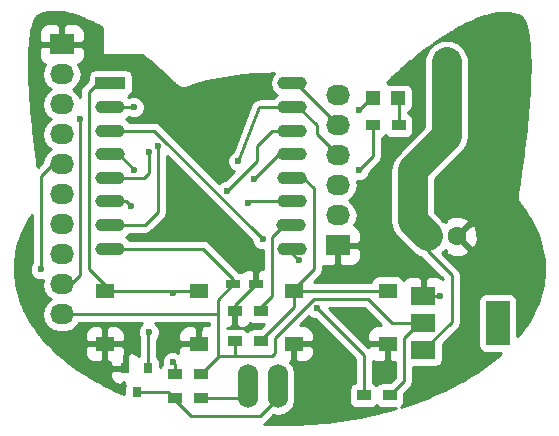
<source format=gtl>
G04 #@! TF.FileFunction,Copper,L1,Top,Signal*
%FSLAX46Y46*%
G04 Gerber Fmt 4.6, Leading zero omitted, Abs format (unit mm)*
G04 Created by KiCad (PCBNEW 4.0.7) date Tuesday, December 26, 2017 'AMt' 07:42:27 AM*
%MOMM*%
%LPD*%
G01*
G04 APERTURE LIST*
%ADD10C,0.100000*%
%ADD11R,2.400000X2.400000*%
%ADD12C,2.400000*%
%ADD13R,1.200000X0.750000*%
%ADD14R,1.600000X1.600000*%
%ADD15C,1.600000*%
%ADD16R,1.198880X1.198880*%
%ADD17R,2.500000X2.500000*%
%ADD18C,2.500000*%
%ADD19O,1.700000X3.700000*%
%ADD20R,2.032000X1.727200*%
%ADD21O,2.032000X1.727200*%
%ADD22R,0.800000X0.900000*%
%ADD23R,1.200000X0.900000*%
%ADD24R,1.550000X1.300000*%
%ADD25R,2.000000X3.800000*%
%ADD26R,2.000000X1.500000*%
%ADD27R,2.500000X1.100000*%
%ADD28O,2.500000X1.100000*%
%ADD29C,0.600000*%
%ADD30C,0.250000*%
%ADD31C,2.500000*%
%ADD32C,0.254000*%
G04 APERTURE END LIST*
D10*
D11*
X35344000Y-16988000D03*
D12*
X40344000Y-16988000D03*
D13*
X20170000Y-24100000D03*
X22070000Y-24100000D03*
D14*
X36614000Y-20036000D03*
D15*
X39114000Y-20036000D03*
D16*
X34107020Y-8352000D03*
X32008980Y-8352000D03*
D17*
X43218000Y-5304000D03*
D18*
X38218000Y-5304000D03*
D19*
X26414000Y-32752000D03*
X23914000Y-32752000D03*
X21414000Y-32752000D03*
D20*
X28994000Y-20798000D03*
D21*
X28994000Y-18258000D03*
X28994000Y-15718000D03*
X28994000Y-13178000D03*
X28994000Y-10638000D03*
X28994000Y-8098000D03*
D20*
X5626000Y-3780000D03*
D21*
X5626000Y-6320000D03*
X5626000Y-8860000D03*
X5626000Y-11400000D03*
X5626000Y-13940000D03*
X5626000Y-16480000D03*
X5626000Y-19020000D03*
X5626000Y-21560000D03*
X5626000Y-24100000D03*
X5626000Y-26640000D03*
D22*
X12926000Y-31228000D03*
X11026000Y-31228000D03*
X11976000Y-33228000D03*
D23*
X15194000Y-31720000D03*
X17394000Y-31720000D03*
X34158000Y-10638000D03*
X31958000Y-10638000D03*
X31196000Y-33498000D03*
X33396000Y-33498000D03*
X20274000Y-26386000D03*
X22474000Y-26386000D03*
X20274000Y-28926000D03*
X22474000Y-28926000D03*
X15194000Y-33752000D03*
X17394000Y-33752000D03*
D24*
X17221000Y-24644000D03*
X17221000Y-29144000D03*
X9271000Y-29144000D03*
X9271000Y-24644000D03*
X33223000Y-24644000D03*
X33223000Y-29144000D03*
X25273000Y-29144000D03*
X25273000Y-24644000D03*
D25*
X42558000Y-27402000D03*
D26*
X36258000Y-27402000D03*
X36258000Y-29702000D03*
X36258000Y-25102000D03*
D27*
X9752000Y-7082000D03*
D28*
X9752000Y-9082000D03*
X9752000Y-11082000D03*
X9752000Y-13082000D03*
X9752000Y-15082000D03*
X9752000Y-17082000D03*
X9752000Y-19082000D03*
X9752000Y-21082000D03*
X25152000Y-21082000D03*
X25052000Y-19082000D03*
X25152000Y-17082000D03*
X25152000Y-15082000D03*
X25152000Y-13082000D03*
X25152000Y-11082000D03*
X25152000Y-9082000D03*
X25152000Y-7082000D03*
D29*
X30772000Y-9368000D03*
X18326000Y-11400000D03*
X18326000Y-9114000D03*
X11722000Y-5304000D03*
X8166000Y-4288000D03*
X7150000Y-29180000D03*
X37630000Y-25116000D03*
X39662000Y-29688000D03*
X36614000Y-32228000D03*
X33312000Y-31466000D03*
X17310000Y-27910000D03*
X20358000Y-21306000D03*
X25692000Y-22068000D03*
X20599743Y-13681233D03*
X3848000Y-22830000D03*
X12992000Y-28164000D03*
X12992000Y-12924000D03*
X13754000Y-12416000D03*
X11468000Y-17496000D03*
X21882000Y-15210000D03*
X19596000Y-16226000D03*
X21374000Y-17242000D03*
X7150000Y-10130000D03*
X11722000Y-9114000D03*
X15024000Y-24862000D03*
X15024000Y-30704000D03*
X30772000Y-14448000D03*
X11722000Y-14448000D03*
X22644000Y-20290000D03*
X27216000Y-26132000D03*
D30*
X17394000Y-33752000D02*
X21414000Y-33752000D01*
X36614000Y-20036000D02*
X36614000Y-21306000D01*
X38646000Y-27314000D02*
X36258000Y-29702000D01*
X38646000Y-23338000D02*
X38646000Y-27314000D01*
X36614000Y-21306000D02*
X38646000Y-23338000D01*
D31*
X35344000Y-16988000D02*
X35344000Y-18766000D01*
X35344000Y-18766000D02*
X36614000Y-20036000D01*
X38218000Y-5304000D02*
X38218000Y-11574000D01*
X35344000Y-14448000D02*
X35344000Y-16988000D01*
X38218000Y-11574000D02*
X35344000Y-14448000D01*
D30*
X30772000Y-9368000D02*
X31788000Y-8352000D01*
X18326000Y-9114000D02*
X18326000Y-11400000D01*
X9182000Y-5304000D02*
X11722000Y-5304000D01*
X8166000Y-4288000D02*
X9182000Y-5304000D01*
X31788000Y-8352000D02*
X32008980Y-8352000D01*
X9271000Y-29144000D02*
X7186000Y-29144000D01*
X7186000Y-29144000D02*
X7150000Y-29180000D01*
X20274000Y-26386000D02*
X20274000Y-25896000D01*
X20274000Y-25896000D02*
X22070000Y-24100000D01*
X33223000Y-29144000D02*
X33223000Y-31377000D01*
X37616000Y-25102000D02*
X36258000Y-25102000D01*
X37630000Y-25116000D02*
X37616000Y-25102000D01*
X39154000Y-29688000D02*
X39662000Y-29688000D01*
X36614000Y-32228000D02*
X39154000Y-29688000D01*
X33223000Y-31377000D02*
X33312000Y-31466000D01*
X22070000Y-24100000D02*
X22070000Y-23018000D01*
X17221000Y-27999000D02*
X17221000Y-29144000D01*
X17310000Y-27910000D02*
X17221000Y-27999000D01*
X22070000Y-23018000D02*
X20358000Y-21306000D01*
X24452000Y-21082000D02*
X24706000Y-21082000D01*
X24706000Y-21082000D02*
X25692000Y-22068000D01*
X5626000Y-26640000D02*
X18876000Y-26640000D01*
X18876000Y-26640000D02*
X18834000Y-26640000D01*
X18834000Y-26640000D02*
X18876000Y-26640000D01*
X20170000Y-24100000D02*
X20170000Y-23658000D01*
X17594000Y-21082000D02*
X10452000Y-21082000D01*
X20170000Y-23658000D02*
X17594000Y-21082000D01*
X20170000Y-24100000D02*
X18876000Y-25394000D01*
X18876000Y-25394000D02*
X18876000Y-26640000D01*
X18876000Y-26640000D02*
X18876000Y-30238000D01*
X18876000Y-30238000D02*
X18876000Y-25394000D01*
X20274000Y-28926000D02*
X20274000Y-30196000D01*
X20274000Y-30196000D02*
X20358000Y-30196000D01*
X36258000Y-27402000D02*
X33566000Y-27402000D01*
X18918000Y-30196000D02*
X18876000Y-30238000D01*
X18876000Y-30238000D02*
X17394000Y-31720000D01*
X23406000Y-30196000D02*
X20358000Y-30196000D01*
X20358000Y-30196000D02*
X18918000Y-30196000D01*
X23660000Y-29942000D02*
X23406000Y-30196000D01*
X23660000Y-28672000D02*
X23660000Y-29942000D01*
X26962000Y-25370000D02*
X23660000Y-28672000D01*
X31534000Y-25370000D02*
X26962000Y-25370000D01*
X33566000Y-27402000D02*
X31534000Y-25370000D01*
X36258000Y-27402000D02*
X35852000Y-27402000D01*
X35852000Y-27402000D02*
X34582000Y-28672000D01*
X34582000Y-28672000D02*
X34582000Y-32312000D01*
X34582000Y-32312000D02*
X33396000Y-33498000D01*
X34158000Y-10638000D02*
X34158000Y-8402980D01*
X34158000Y-8402980D02*
X34107020Y-8352000D01*
X15194000Y-33752000D02*
X15194000Y-33922000D01*
X15194000Y-33922000D02*
X16548000Y-35276000D01*
X22390000Y-35276000D02*
X23914000Y-33752000D01*
X16548000Y-35276000D02*
X22390000Y-35276000D01*
X11976000Y-33228000D02*
X14670000Y-33228000D01*
X14670000Y-33228000D02*
X15194000Y-33752000D01*
X22377743Y-9109233D02*
X24420000Y-9114000D01*
X20599743Y-13681233D02*
X22377743Y-9109233D01*
X12926000Y-31228000D02*
X12926000Y-28230000D01*
X3848000Y-14956000D02*
X4864000Y-13940000D01*
X3848000Y-22830000D02*
X3848000Y-14956000D01*
X12926000Y-28230000D02*
X12992000Y-28164000D01*
X4864000Y-13940000D02*
X5626000Y-13940000D01*
X24420000Y-9114000D02*
X25660000Y-9082000D01*
X25660000Y-9082000D02*
X27216000Y-10638000D01*
X27216000Y-10638000D02*
X27216000Y-11400000D01*
X27216000Y-11400000D02*
X28994000Y-13178000D01*
X24452000Y-7082000D02*
X25438000Y-7082000D01*
X25438000Y-7082000D02*
X28994000Y-10638000D01*
X10452000Y-15082000D02*
X12612000Y-15082000D01*
X12992000Y-14702000D02*
X12992000Y-12924000D01*
X12612000Y-15082000D02*
X12992000Y-14702000D01*
X10452000Y-19082000D02*
X12676000Y-19082000D01*
X13754000Y-18004000D02*
X13754000Y-12416000D01*
X12676000Y-19082000D02*
X13754000Y-18004000D01*
X10452000Y-17082000D02*
X11054000Y-17082000D01*
X11054000Y-17082000D02*
X11468000Y-17496000D01*
X21882000Y-15210000D02*
X24010000Y-13082000D01*
X24010000Y-13082000D02*
X24452000Y-13082000D01*
X23470000Y-11082000D02*
X24452000Y-11082000D01*
X22136000Y-12416000D02*
X23470000Y-11082000D01*
X22136000Y-13686000D02*
X22136000Y-12416000D01*
X19596000Y-16226000D02*
X22136000Y-13686000D01*
X24452000Y-17082000D02*
X21534000Y-17082000D01*
X21534000Y-17082000D02*
X21374000Y-17242000D01*
X5626000Y-24100000D02*
X6388000Y-24100000D01*
X6388000Y-24100000D02*
X7150000Y-23338000D01*
X7150000Y-23338000D02*
X7150000Y-10130000D01*
X11722000Y-9114000D02*
X11690000Y-9082000D01*
X11690000Y-9082000D02*
X10452000Y-9082000D01*
X15194000Y-31720000D02*
X15194000Y-30874000D01*
X15242000Y-24644000D02*
X17221000Y-24644000D01*
X15024000Y-24862000D02*
X15242000Y-24644000D01*
X15194000Y-30874000D02*
X15024000Y-30704000D01*
X9271000Y-24644000D02*
X9271000Y-24189000D01*
X9271000Y-24189000D02*
X7912000Y-22830000D01*
X7912000Y-7844000D02*
X8674000Y-7082000D01*
X7912000Y-22830000D02*
X7912000Y-7844000D01*
X8674000Y-7082000D02*
X10452000Y-7082000D01*
X9271000Y-24644000D02*
X17221000Y-24644000D01*
X10452000Y-13082000D02*
X11626000Y-14352000D01*
X31958000Y-13262000D02*
X31958000Y-10638000D01*
X30772000Y-14448000D02*
X31958000Y-13262000D01*
X11626000Y-14352000D02*
X11722000Y-14448000D01*
X31196000Y-33498000D02*
X31196000Y-30112000D01*
X13436000Y-11082000D02*
X10452000Y-11082000D01*
X22644000Y-20290000D02*
X13436000Y-11082000D01*
X31196000Y-30112000D02*
X27216000Y-26132000D01*
X22474000Y-26386000D02*
X22474000Y-26048000D01*
X22474000Y-26048000D02*
X23406000Y-25116000D01*
X23406000Y-25116000D02*
X23406000Y-20128000D01*
X23406000Y-20128000D02*
X24452000Y-19082000D01*
X22474000Y-28926000D02*
X22474000Y-28842000D01*
X22474000Y-28842000D02*
X25273000Y-26043000D01*
X25273000Y-26043000D02*
X25273000Y-24644000D01*
X25273000Y-24644000D02*
X33223000Y-24644000D01*
X25273000Y-24644000D02*
X25273000Y-24519000D01*
X25273000Y-24519000D02*
X26962000Y-22830000D01*
X26962000Y-22830000D02*
X26962000Y-15972000D01*
X26962000Y-15972000D02*
X26072000Y-15082000D01*
X26072000Y-15082000D02*
X24452000Y-15082000D01*
D32*
G36*
X26685673Y-26924192D02*
X27029201Y-27066838D01*
X27076077Y-27066879D01*
X30436000Y-30426802D01*
X30436000Y-32430666D01*
X30360683Y-32444838D01*
X30144559Y-32583910D01*
X29999569Y-32796110D01*
X29948560Y-33048000D01*
X29948560Y-33948000D01*
X29992838Y-34183317D01*
X30131910Y-34399441D01*
X30344110Y-34544431D01*
X30596000Y-34595440D01*
X31796000Y-34595440D01*
X32031317Y-34551162D01*
X32247441Y-34412090D01*
X32295134Y-34342289D01*
X32331910Y-34399441D01*
X32544110Y-34544431D01*
X32796000Y-34595440D01*
X33898091Y-34595440D01*
X33402927Y-34735860D01*
X32898146Y-34867004D01*
X32386350Y-34993710D01*
X31870444Y-35112196D01*
X31347467Y-35221254D01*
X30814740Y-35325809D01*
X30280132Y-35422334D01*
X29738569Y-35509282D01*
X29191738Y-35591307D01*
X28641470Y-35663189D01*
X28086141Y-35727647D01*
X27522885Y-35782235D01*
X26954767Y-35829578D01*
X26386152Y-35869306D01*
X25809696Y-35899123D01*
X25228614Y-35921568D01*
X24647844Y-35936460D01*
X24208817Y-35938940D01*
X23913823Y-35938940D01*
X23474736Y-35936459D01*
X22891461Y-35921567D01*
X22772401Y-35916968D01*
X22927401Y-35813401D01*
X23531251Y-35209551D01*
X23914000Y-35285684D01*
X24482285Y-35172645D01*
X24964054Y-34850738D01*
X25285961Y-34368969D01*
X25399000Y-33800684D01*
X25399000Y-31703316D01*
X25285961Y-31135031D01*
X24971237Y-30664013D01*
X25146000Y-30489250D01*
X25146000Y-29271000D01*
X25400000Y-29271000D01*
X25400000Y-30489250D01*
X25631750Y-30721000D01*
X26232392Y-30721000D01*
X26573104Y-30579873D01*
X26833873Y-30319103D01*
X26975000Y-29978392D01*
X26975000Y-29502750D01*
X26743250Y-29271000D01*
X25400000Y-29271000D01*
X25146000Y-29271000D01*
X25126000Y-29271000D01*
X25126000Y-29017000D01*
X25146000Y-29017000D01*
X25146000Y-28997000D01*
X25400000Y-28997000D01*
X25400000Y-29017000D01*
X26743250Y-29017000D01*
X26975000Y-28785250D01*
X26975000Y-28309608D01*
X26833873Y-27968897D01*
X26573104Y-27708127D01*
X26232392Y-27567000D01*
X25839802Y-27567000D01*
X26584230Y-26822572D01*
X26685673Y-26924192D01*
X26685673Y-26924192D01*
G37*
X26685673Y-26924192D02*
X27029201Y-27066838D01*
X27076077Y-27066879D01*
X30436000Y-30426802D01*
X30436000Y-32430666D01*
X30360683Y-32444838D01*
X30144559Y-32583910D01*
X29999569Y-32796110D01*
X29948560Y-33048000D01*
X29948560Y-33948000D01*
X29992838Y-34183317D01*
X30131910Y-34399441D01*
X30344110Y-34544431D01*
X30596000Y-34595440D01*
X31796000Y-34595440D01*
X32031317Y-34551162D01*
X32247441Y-34412090D01*
X32295134Y-34342289D01*
X32331910Y-34399441D01*
X32544110Y-34544431D01*
X32796000Y-34595440D01*
X33898091Y-34595440D01*
X33402927Y-34735860D01*
X32898146Y-34867004D01*
X32386350Y-34993710D01*
X31870444Y-35112196D01*
X31347467Y-35221254D01*
X30814740Y-35325809D01*
X30280132Y-35422334D01*
X29738569Y-35509282D01*
X29191738Y-35591307D01*
X28641470Y-35663189D01*
X28086141Y-35727647D01*
X27522885Y-35782235D01*
X26954767Y-35829578D01*
X26386152Y-35869306D01*
X25809696Y-35899123D01*
X25228614Y-35921568D01*
X24647844Y-35936460D01*
X24208817Y-35938940D01*
X23913823Y-35938940D01*
X23474736Y-35936459D01*
X22891461Y-35921567D01*
X22772401Y-35916968D01*
X22927401Y-35813401D01*
X23531251Y-35209551D01*
X23914000Y-35285684D01*
X24482285Y-35172645D01*
X24964054Y-34850738D01*
X25285961Y-34368969D01*
X25399000Y-33800684D01*
X25399000Y-31703316D01*
X25285961Y-31135031D01*
X24971237Y-30664013D01*
X25146000Y-30489250D01*
X25146000Y-29271000D01*
X25400000Y-29271000D01*
X25400000Y-30489250D01*
X25631750Y-30721000D01*
X26232392Y-30721000D01*
X26573104Y-30579873D01*
X26833873Y-30319103D01*
X26975000Y-29978392D01*
X26975000Y-29502750D01*
X26743250Y-29271000D01*
X25400000Y-29271000D01*
X25146000Y-29271000D01*
X25126000Y-29271000D01*
X25126000Y-29017000D01*
X25146000Y-29017000D01*
X25146000Y-28997000D01*
X25400000Y-28997000D01*
X25400000Y-29017000D01*
X26743250Y-29017000D01*
X26975000Y-28785250D01*
X26975000Y-28309608D01*
X26833873Y-27968897D01*
X26573104Y-27708127D01*
X26232392Y-27567000D01*
X25839802Y-27567000D01*
X26584230Y-26822572D01*
X26685673Y-26924192D01*
G36*
X43233159Y-1125440D02*
X43414105Y-1135721D01*
X43587519Y-1155653D01*
X43762042Y-1186093D01*
X43927121Y-1223432D01*
X44085646Y-1271181D01*
X44243195Y-1329533D01*
X44397555Y-1397920D01*
X44520191Y-1461352D01*
X44531588Y-1467351D01*
X44552148Y-1481486D01*
X44581265Y-1506962D01*
X44616267Y-1545649D01*
X44659685Y-1605193D01*
X44710523Y-1688383D01*
X44764842Y-1793517D01*
X44817321Y-1911143D01*
X44867757Y-2048872D01*
X44917915Y-2205614D01*
X44965006Y-2378994D01*
X45008658Y-2566700D01*
X45047071Y-2767803D01*
X45084493Y-2989995D01*
X45117710Y-3222513D01*
X45148237Y-3462033D01*
X45171920Y-3713075D01*
X45193680Y-3976617D01*
X45210691Y-4251213D01*
X45225330Y-4531793D01*
X45235108Y-4820244D01*
X45242463Y-5116885D01*
X45244920Y-5419150D01*
X45244920Y-5730011D01*
X45242455Y-6045520D01*
X45235055Y-6361243D01*
X45225081Y-6687892D01*
X45212501Y-7017495D01*
X45212539Y-7017733D01*
X45212483Y-7017968D01*
X45200010Y-7349739D01*
X45182706Y-7681002D01*
X45162746Y-8015334D01*
X45140096Y-8352561D01*
X45140123Y-8352766D01*
X45140068Y-8352969D01*
X45117412Y-8692814D01*
X45092452Y-9029770D01*
X45065041Y-9366175D01*
X45034850Y-9703309D01*
X45004704Y-10037430D01*
X44972006Y-10371958D01*
X44939414Y-10700390D01*
X44904226Y-11027131D01*
X44904482Y-11029996D01*
X44903640Y-11032749D01*
X44871330Y-11353362D01*
X44834058Y-11668933D01*
X44834258Y-11671462D01*
X44833489Y-11673879D01*
X44798417Y-11987019D01*
X44760870Y-12292403D01*
X44761092Y-12295400D01*
X44760171Y-12298261D01*
X44725148Y-12600955D01*
X44687793Y-12894816D01*
X44649874Y-13185531D01*
X44650024Y-13187775D01*
X44649315Y-13189909D01*
X44614453Y-13468807D01*
X44577129Y-13737537D01*
X44577293Y-13740346D01*
X44576387Y-13743011D01*
X44541170Y-14009650D01*
X44506202Y-14261922D01*
X44471336Y-14505984D01*
X44436238Y-14739136D01*
X44436356Y-14741640D01*
X44435519Y-14744006D01*
X44402499Y-14972606D01*
X44402534Y-14973261D01*
X44402317Y-14973877D01*
X44372253Y-15184325D01*
X44342661Y-15381605D01*
X44312874Y-15570260D01*
X44284934Y-15745520D01*
X44285022Y-15747807D01*
X44284239Y-15749957D01*
X44258839Y-15915057D01*
X44258862Y-15915593D01*
X44258680Y-15916096D01*
X44235820Y-16065956D01*
X44235850Y-16066612D01*
X44235626Y-16067232D01*
X44216457Y-16194226D01*
X44197515Y-16305511D01*
X44179735Y-16409651D01*
X44179999Y-16419342D01*
X44176744Y-16428475D01*
X44167130Y-16493853D01*
X44161131Y-16523846D01*
X44161107Y-16547079D01*
X44153397Y-16568996D01*
X44150857Y-16586777D01*
X44151488Y-16598360D01*
X44147942Y-16609408D01*
X44160230Y-16758751D01*
X44160872Y-16770531D01*
X44160793Y-16845940D01*
X44165619Y-16857626D01*
X44168386Y-16908393D01*
X44173404Y-16918856D01*
X44174355Y-16930418D01*
X44242860Y-17063693D01*
X44307660Y-17198820D01*
X44316298Y-17206565D01*
X44321602Y-17216884D01*
X44387412Y-17299755D01*
X44578595Y-17545904D01*
X44815136Y-17874697D01*
X45037416Y-18208115D01*
X45245081Y-18545572D01*
X45437690Y-18886160D01*
X45612343Y-19226151D01*
X45770828Y-19571089D01*
X45915482Y-19921058D01*
X46041906Y-20268149D01*
X46150486Y-20621614D01*
X46245762Y-20979480D01*
X46323678Y-21336975D01*
X46383316Y-21697098D01*
X46426869Y-22059276D01*
X46452364Y-22430107D01*
X46461580Y-22706601D01*
X46461580Y-22874186D01*
X46454698Y-23117333D01*
X46433887Y-23445694D01*
X46399288Y-23768616D01*
X46353164Y-24089176D01*
X46293736Y-24404602D01*
X46220552Y-24717922D01*
X46132802Y-25031975D01*
X46032535Y-25346765D01*
X45921753Y-25656034D01*
X45796974Y-25961050D01*
X45658822Y-26267794D01*
X45509260Y-26571591D01*
X45348206Y-26870357D01*
X45172140Y-27170843D01*
X44987137Y-27463569D01*
X44785867Y-27757186D01*
X44574226Y-28049680D01*
X44351297Y-28336641D01*
X44205440Y-28513753D01*
X44205440Y-25502000D01*
X44161162Y-25266683D01*
X44022090Y-25050559D01*
X43809890Y-24905569D01*
X43558000Y-24854560D01*
X41558000Y-24854560D01*
X41322683Y-24898838D01*
X41106559Y-25037910D01*
X40961569Y-25250110D01*
X40910560Y-25502000D01*
X40910560Y-29302000D01*
X40954838Y-29537317D01*
X41093910Y-29753441D01*
X41306110Y-29898431D01*
X41558000Y-29949440D01*
X42815770Y-29949440D01*
X42770629Y-29990851D01*
X42469874Y-30250704D01*
X42153817Y-30510842D01*
X41831359Y-30765415D01*
X41497372Y-31014696D01*
X41152450Y-31260028D01*
X40799285Y-31498718D01*
X40433315Y-31735379D01*
X40058535Y-31965637D01*
X39674369Y-32193200D01*
X39282348Y-32412342D01*
X38880902Y-32625304D01*
X38467337Y-32834549D01*
X38045195Y-33039448D01*
X37617803Y-33238407D01*
X37181826Y-33429453D01*
X36735536Y-33614380D01*
X36281498Y-33794514D01*
X35819662Y-33967393D01*
X35350021Y-34135476D01*
X34873782Y-34295867D01*
X34392947Y-34448748D01*
X34388360Y-34450108D01*
X34447441Y-34412090D01*
X34592431Y-34199890D01*
X34643440Y-33948000D01*
X34643440Y-33325362D01*
X35119401Y-32849401D01*
X35284148Y-32602840D01*
X35342000Y-32312000D01*
X35342000Y-31099440D01*
X37258000Y-31099440D01*
X37493317Y-31055162D01*
X37709441Y-30916090D01*
X37854431Y-30703890D01*
X37905440Y-30452000D01*
X37905440Y-29129362D01*
X39183401Y-27851401D01*
X39348148Y-27604839D01*
X39406000Y-27314000D01*
X39406000Y-23338000D01*
X39348148Y-23047161D01*
X39183401Y-22800599D01*
X37829883Y-21447081D01*
X37946896Y-21368896D01*
X37952233Y-21360909D01*
X37960466Y-21369142D01*
X38126313Y-21203295D01*
X38184449Y-21531483D01*
X38827503Y-21773370D01*
X39514174Y-21750758D01*
X40043551Y-21531483D01*
X40101687Y-21203293D01*
X39114000Y-20215605D01*
X39099858Y-20229748D01*
X38920252Y-20050142D01*
X38934395Y-20036000D01*
X39293605Y-20036000D01*
X40281293Y-21023687D01*
X40609483Y-20965551D01*
X40851370Y-20322497D01*
X40828758Y-19635826D01*
X40609483Y-19106449D01*
X40281293Y-19048313D01*
X39293605Y-20036000D01*
X38934395Y-20036000D01*
X38920252Y-20021858D01*
X39099858Y-19842252D01*
X39114000Y-19856395D01*
X40101687Y-18868707D01*
X40043551Y-18540517D01*
X39400497Y-18298630D01*
X38713826Y-18321242D01*
X38184449Y-18540517D01*
X38126313Y-18868705D01*
X37960466Y-18702858D01*
X37952233Y-18711091D01*
X37946896Y-18703104D01*
X37229000Y-17985208D01*
X37229000Y-15228792D01*
X39550896Y-12906896D01*
X39959513Y-12295358D01*
X40103000Y-11574000D01*
X40103000Y-5304000D01*
X40103326Y-4930695D01*
X39816957Y-4237628D01*
X39287161Y-3706907D01*
X38594595Y-3419328D01*
X37844695Y-3418674D01*
X37151628Y-3705043D01*
X36620907Y-4234839D01*
X36333328Y-4927405D01*
X36332674Y-5677305D01*
X36333000Y-5678094D01*
X36333000Y-10793208D01*
X34011104Y-13115104D01*
X33602487Y-13726641D01*
X33466328Y-14411161D01*
X33459000Y-14448000D01*
X33459000Y-18766000D01*
X33602487Y-19487359D01*
X34011104Y-20098896D01*
X35281104Y-21368896D01*
X35892641Y-21777513D01*
X36054023Y-21809614D01*
X36076599Y-21843401D01*
X37886000Y-23652802D01*
X37886000Y-23669023D01*
X37783104Y-23566127D01*
X37442392Y-23425000D01*
X36616750Y-23425000D01*
X36385000Y-23656750D01*
X36385000Y-24975000D01*
X36405000Y-24975000D01*
X36405000Y-25229000D01*
X36385000Y-25229000D01*
X36385000Y-25249000D01*
X36131000Y-25249000D01*
X36131000Y-25229000D01*
X36111000Y-25229000D01*
X36111000Y-24975000D01*
X36131000Y-24975000D01*
X36131000Y-23656750D01*
X35899250Y-23425000D01*
X35073608Y-23425000D01*
X34732896Y-23566127D01*
X34577348Y-23721675D01*
X34462090Y-23542559D01*
X34249890Y-23397569D01*
X33998000Y-23346560D01*
X32448000Y-23346560D01*
X32212683Y-23390838D01*
X31996559Y-23529910D01*
X31851569Y-23742110D01*
X31822836Y-23884000D01*
X26982802Y-23884000D01*
X27499401Y-23367401D01*
X27664148Y-23120839D01*
X27722000Y-22830000D01*
X27722000Y-22558939D01*
X27793608Y-22588600D01*
X28635250Y-22588600D01*
X28867000Y-22356850D01*
X28867000Y-20925000D01*
X29121000Y-20925000D01*
X29121000Y-22356850D01*
X29352750Y-22588600D01*
X30194392Y-22588600D01*
X30535104Y-22447473D01*
X30795873Y-22186703D01*
X30937000Y-21845992D01*
X30937000Y-21156750D01*
X30705250Y-20925000D01*
X29121000Y-20925000D01*
X28867000Y-20925000D01*
X28847000Y-20925000D01*
X28847000Y-20671000D01*
X28867000Y-20671000D01*
X28867000Y-20651000D01*
X29121000Y-20651000D01*
X29121000Y-20671000D01*
X30705250Y-20671000D01*
X30937000Y-20439250D01*
X30937000Y-19750008D01*
X30795873Y-19409297D01*
X30535104Y-19148527D01*
X30391248Y-19088940D01*
X30563271Y-18831489D01*
X30677345Y-18258000D01*
X30563271Y-17684511D01*
X30238415Y-17198330D01*
X29923634Y-16988000D01*
X30238415Y-16777670D01*
X30563271Y-16291489D01*
X30677345Y-15718000D01*
X30610682Y-15382860D01*
X30957167Y-15383162D01*
X31300943Y-15241117D01*
X31564192Y-14978327D01*
X31706838Y-14634799D01*
X31706879Y-14587923D01*
X32495401Y-13799401D01*
X32660148Y-13552840D01*
X32718000Y-13262000D01*
X32718000Y-11705334D01*
X32793317Y-11691162D01*
X33009441Y-11552090D01*
X33057134Y-11482289D01*
X33093910Y-11539441D01*
X33306110Y-11684431D01*
X33558000Y-11735440D01*
X34758000Y-11735440D01*
X34993317Y-11691162D01*
X35209441Y-11552090D01*
X35354431Y-11339890D01*
X35405440Y-11088000D01*
X35405440Y-10188000D01*
X35361162Y-9952683D01*
X35222090Y-9736559D01*
X35009890Y-9591569D01*
X34918000Y-9572961D01*
X34918000Y-9559076D01*
X34941777Y-9554602D01*
X35157901Y-9415530D01*
X35302891Y-9203330D01*
X35353900Y-8951440D01*
X35353900Y-7752560D01*
X35309622Y-7517243D01*
X35170550Y-7301119D01*
X34958350Y-7156129D01*
X34706460Y-7105120D01*
X33507580Y-7105120D01*
X33309271Y-7142434D01*
X33172369Y-7005532D01*
X33222597Y-6956827D01*
X33312864Y-6871439D01*
X33313219Y-6870938D01*
X33313739Y-6870610D01*
X33412799Y-6776630D01*
X33413408Y-6775769D01*
X33414297Y-6775205D01*
X33517047Y-6677234D01*
X33627310Y-6576560D01*
X33630762Y-6571870D01*
X33635702Y-6568790D01*
X33754490Y-6457275D01*
X33880771Y-6343137D01*
X33881494Y-6342164D01*
X33882531Y-6341541D01*
X34022231Y-6214541D01*
X34022668Y-6213950D01*
X34023296Y-6213571D01*
X34160678Y-6088241D01*
X34308082Y-5960167D01*
X34310993Y-5956409D01*
X34315092Y-5954006D01*
X34473086Y-5813568D01*
X34631810Y-5674379D01*
X34798288Y-5532383D01*
X34974311Y-5384021D01*
X34974981Y-5383182D01*
X34975917Y-5382663D01*
X35154985Y-5230954D01*
X35339589Y-5078347D01*
X35526978Y-4925477D01*
X35724069Y-4768304D01*
X35724490Y-4767806D01*
X35725066Y-4767507D01*
X35924381Y-4608055D01*
X36124968Y-4451499D01*
X36334509Y-4291849D01*
X36335003Y-4291290D01*
X36335670Y-4290962D01*
X36545448Y-4130544D01*
X36756621Y-3975197D01*
X36979107Y-3815207D01*
X37199159Y-3656968D01*
X37422409Y-3502409D01*
X37650166Y-3346444D01*
X37877916Y-3194610D01*
X38109869Y-3044088D01*
X38337372Y-2898874D01*
X38572499Y-2756818D01*
X38808133Y-2614456D01*
X39039260Y-2482039D01*
X39276843Y-2349777D01*
X39512601Y-2222276D01*
X39746659Y-2102859D01*
X39983400Y-1986903D01*
X40219844Y-1875919D01*
X40452694Y-1771374D01*
X40681803Y-1675524D01*
X40914937Y-1585125D01*
X41140337Y-1501471D01*
X41368699Y-1426904D01*
X41591334Y-1357331D01*
X41807664Y-1299345D01*
X42027100Y-1248528D01*
X42240409Y-1203621D01*
X42442575Y-1171360D01*
X42649073Y-1146936D01*
X42850451Y-1129613D01*
X43041605Y-1123311D01*
X43233159Y-1125440D01*
X43233159Y-1125440D01*
G37*
X43233159Y-1125440D02*
X43414105Y-1135721D01*
X43587519Y-1155653D01*
X43762042Y-1186093D01*
X43927121Y-1223432D01*
X44085646Y-1271181D01*
X44243195Y-1329533D01*
X44397555Y-1397920D01*
X44520191Y-1461352D01*
X44531588Y-1467351D01*
X44552148Y-1481486D01*
X44581265Y-1506962D01*
X44616267Y-1545649D01*
X44659685Y-1605193D01*
X44710523Y-1688383D01*
X44764842Y-1793517D01*
X44817321Y-1911143D01*
X44867757Y-2048872D01*
X44917915Y-2205614D01*
X44965006Y-2378994D01*
X45008658Y-2566700D01*
X45047071Y-2767803D01*
X45084493Y-2989995D01*
X45117710Y-3222513D01*
X45148237Y-3462033D01*
X45171920Y-3713075D01*
X45193680Y-3976617D01*
X45210691Y-4251213D01*
X45225330Y-4531793D01*
X45235108Y-4820244D01*
X45242463Y-5116885D01*
X45244920Y-5419150D01*
X45244920Y-5730011D01*
X45242455Y-6045520D01*
X45235055Y-6361243D01*
X45225081Y-6687892D01*
X45212501Y-7017495D01*
X45212539Y-7017733D01*
X45212483Y-7017968D01*
X45200010Y-7349739D01*
X45182706Y-7681002D01*
X45162746Y-8015334D01*
X45140096Y-8352561D01*
X45140123Y-8352766D01*
X45140068Y-8352969D01*
X45117412Y-8692814D01*
X45092452Y-9029770D01*
X45065041Y-9366175D01*
X45034850Y-9703309D01*
X45004704Y-10037430D01*
X44972006Y-10371958D01*
X44939414Y-10700390D01*
X44904226Y-11027131D01*
X44904482Y-11029996D01*
X44903640Y-11032749D01*
X44871330Y-11353362D01*
X44834058Y-11668933D01*
X44834258Y-11671462D01*
X44833489Y-11673879D01*
X44798417Y-11987019D01*
X44760870Y-12292403D01*
X44761092Y-12295400D01*
X44760171Y-12298261D01*
X44725148Y-12600955D01*
X44687793Y-12894816D01*
X44649874Y-13185531D01*
X44650024Y-13187775D01*
X44649315Y-13189909D01*
X44614453Y-13468807D01*
X44577129Y-13737537D01*
X44577293Y-13740346D01*
X44576387Y-13743011D01*
X44541170Y-14009650D01*
X44506202Y-14261922D01*
X44471336Y-14505984D01*
X44436238Y-14739136D01*
X44436356Y-14741640D01*
X44435519Y-14744006D01*
X44402499Y-14972606D01*
X44402534Y-14973261D01*
X44402317Y-14973877D01*
X44372253Y-15184325D01*
X44342661Y-15381605D01*
X44312874Y-15570260D01*
X44284934Y-15745520D01*
X44285022Y-15747807D01*
X44284239Y-15749957D01*
X44258839Y-15915057D01*
X44258862Y-15915593D01*
X44258680Y-15916096D01*
X44235820Y-16065956D01*
X44235850Y-16066612D01*
X44235626Y-16067232D01*
X44216457Y-16194226D01*
X44197515Y-16305511D01*
X44179735Y-16409651D01*
X44179999Y-16419342D01*
X44176744Y-16428475D01*
X44167130Y-16493853D01*
X44161131Y-16523846D01*
X44161107Y-16547079D01*
X44153397Y-16568996D01*
X44150857Y-16586777D01*
X44151488Y-16598360D01*
X44147942Y-16609408D01*
X44160230Y-16758751D01*
X44160872Y-16770531D01*
X44160793Y-16845940D01*
X44165619Y-16857626D01*
X44168386Y-16908393D01*
X44173404Y-16918856D01*
X44174355Y-16930418D01*
X44242860Y-17063693D01*
X44307660Y-17198820D01*
X44316298Y-17206565D01*
X44321602Y-17216884D01*
X44387412Y-17299755D01*
X44578595Y-17545904D01*
X44815136Y-17874697D01*
X45037416Y-18208115D01*
X45245081Y-18545572D01*
X45437690Y-18886160D01*
X45612343Y-19226151D01*
X45770828Y-19571089D01*
X45915482Y-19921058D01*
X46041906Y-20268149D01*
X46150486Y-20621614D01*
X46245762Y-20979480D01*
X46323678Y-21336975D01*
X46383316Y-21697098D01*
X46426869Y-22059276D01*
X46452364Y-22430107D01*
X46461580Y-22706601D01*
X46461580Y-22874186D01*
X46454698Y-23117333D01*
X46433887Y-23445694D01*
X46399288Y-23768616D01*
X46353164Y-24089176D01*
X46293736Y-24404602D01*
X46220552Y-24717922D01*
X46132802Y-25031975D01*
X46032535Y-25346765D01*
X45921753Y-25656034D01*
X45796974Y-25961050D01*
X45658822Y-26267794D01*
X45509260Y-26571591D01*
X45348206Y-26870357D01*
X45172140Y-27170843D01*
X44987137Y-27463569D01*
X44785867Y-27757186D01*
X44574226Y-28049680D01*
X44351297Y-28336641D01*
X44205440Y-28513753D01*
X44205440Y-25502000D01*
X44161162Y-25266683D01*
X44022090Y-25050559D01*
X43809890Y-24905569D01*
X43558000Y-24854560D01*
X41558000Y-24854560D01*
X41322683Y-24898838D01*
X41106559Y-25037910D01*
X40961569Y-25250110D01*
X40910560Y-25502000D01*
X40910560Y-29302000D01*
X40954838Y-29537317D01*
X41093910Y-29753441D01*
X41306110Y-29898431D01*
X41558000Y-29949440D01*
X42815770Y-29949440D01*
X42770629Y-29990851D01*
X42469874Y-30250704D01*
X42153817Y-30510842D01*
X41831359Y-30765415D01*
X41497372Y-31014696D01*
X41152450Y-31260028D01*
X40799285Y-31498718D01*
X40433315Y-31735379D01*
X40058535Y-31965637D01*
X39674369Y-32193200D01*
X39282348Y-32412342D01*
X38880902Y-32625304D01*
X38467337Y-32834549D01*
X38045195Y-33039448D01*
X37617803Y-33238407D01*
X37181826Y-33429453D01*
X36735536Y-33614380D01*
X36281498Y-33794514D01*
X35819662Y-33967393D01*
X35350021Y-34135476D01*
X34873782Y-34295867D01*
X34392947Y-34448748D01*
X34388360Y-34450108D01*
X34447441Y-34412090D01*
X34592431Y-34199890D01*
X34643440Y-33948000D01*
X34643440Y-33325362D01*
X35119401Y-32849401D01*
X35284148Y-32602840D01*
X35342000Y-32312000D01*
X35342000Y-31099440D01*
X37258000Y-31099440D01*
X37493317Y-31055162D01*
X37709441Y-30916090D01*
X37854431Y-30703890D01*
X37905440Y-30452000D01*
X37905440Y-29129362D01*
X39183401Y-27851401D01*
X39348148Y-27604839D01*
X39406000Y-27314000D01*
X39406000Y-23338000D01*
X39348148Y-23047161D01*
X39183401Y-22800599D01*
X37829883Y-21447081D01*
X37946896Y-21368896D01*
X37952233Y-21360909D01*
X37960466Y-21369142D01*
X38126313Y-21203295D01*
X38184449Y-21531483D01*
X38827503Y-21773370D01*
X39514174Y-21750758D01*
X40043551Y-21531483D01*
X40101687Y-21203293D01*
X39114000Y-20215605D01*
X39099858Y-20229748D01*
X38920252Y-20050142D01*
X38934395Y-20036000D01*
X39293605Y-20036000D01*
X40281293Y-21023687D01*
X40609483Y-20965551D01*
X40851370Y-20322497D01*
X40828758Y-19635826D01*
X40609483Y-19106449D01*
X40281293Y-19048313D01*
X39293605Y-20036000D01*
X38934395Y-20036000D01*
X38920252Y-20021858D01*
X39099858Y-19842252D01*
X39114000Y-19856395D01*
X40101687Y-18868707D01*
X40043551Y-18540517D01*
X39400497Y-18298630D01*
X38713826Y-18321242D01*
X38184449Y-18540517D01*
X38126313Y-18868705D01*
X37960466Y-18702858D01*
X37952233Y-18711091D01*
X37946896Y-18703104D01*
X37229000Y-17985208D01*
X37229000Y-15228792D01*
X39550896Y-12906896D01*
X39959513Y-12295358D01*
X40103000Y-11574000D01*
X40103000Y-5304000D01*
X40103326Y-4930695D01*
X39816957Y-4237628D01*
X39287161Y-3706907D01*
X38594595Y-3419328D01*
X37844695Y-3418674D01*
X37151628Y-3705043D01*
X36620907Y-4234839D01*
X36333328Y-4927405D01*
X36332674Y-5677305D01*
X36333000Y-5678094D01*
X36333000Y-10793208D01*
X34011104Y-13115104D01*
X33602487Y-13726641D01*
X33466328Y-14411161D01*
X33459000Y-14448000D01*
X33459000Y-18766000D01*
X33602487Y-19487359D01*
X34011104Y-20098896D01*
X35281104Y-21368896D01*
X35892641Y-21777513D01*
X36054023Y-21809614D01*
X36076599Y-21843401D01*
X37886000Y-23652802D01*
X37886000Y-23669023D01*
X37783104Y-23566127D01*
X37442392Y-23425000D01*
X36616750Y-23425000D01*
X36385000Y-23656750D01*
X36385000Y-24975000D01*
X36405000Y-24975000D01*
X36405000Y-25229000D01*
X36385000Y-25229000D01*
X36385000Y-25249000D01*
X36131000Y-25249000D01*
X36131000Y-25229000D01*
X36111000Y-25229000D01*
X36111000Y-24975000D01*
X36131000Y-24975000D01*
X36131000Y-23656750D01*
X35899250Y-23425000D01*
X35073608Y-23425000D01*
X34732896Y-23566127D01*
X34577348Y-23721675D01*
X34462090Y-23542559D01*
X34249890Y-23397569D01*
X33998000Y-23346560D01*
X32448000Y-23346560D01*
X32212683Y-23390838D01*
X31996559Y-23529910D01*
X31851569Y-23742110D01*
X31822836Y-23884000D01*
X26982802Y-23884000D01*
X27499401Y-23367401D01*
X27664148Y-23120839D01*
X27722000Y-22830000D01*
X27722000Y-22558939D01*
X27793608Y-22588600D01*
X28635250Y-22588600D01*
X28867000Y-22356850D01*
X28867000Y-20925000D01*
X29121000Y-20925000D01*
X29121000Y-22356850D01*
X29352750Y-22588600D01*
X30194392Y-22588600D01*
X30535104Y-22447473D01*
X30795873Y-22186703D01*
X30937000Y-21845992D01*
X30937000Y-21156750D01*
X30705250Y-20925000D01*
X29121000Y-20925000D01*
X28867000Y-20925000D01*
X28847000Y-20925000D01*
X28847000Y-20671000D01*
X28867000Y-20671000D01*
X28867000Y-20651000D01*
X29121000Y-20651000D01*
X29121000Y-20671000D01*
X30705250Y-20671000D01*
X30937000Y-20439250D01*
X30937000Y-19750008D01*
X30795873Y-19409297D01*
X30535104Y-19148527D01*
X30391248Y-19088940D01*
X30563271Y-18831489D01*
X30677345Y-18258000D01*
X30563271Y-17684511D01*
X30238415Y-17198330D01*
X29923634Y-16988000D01*
X30238415Y-16777670D01*
X30563271Y-16291489D01*
X30677345Y-15718000D01*
X30610682Y-15382860D01*
X30957167Y-15383162D01*
X31300943Y-15241117D01*
X31564192Y-14978327D01*
X31706838Y-14634799D01*
X31706879Y-14587923D01*
X32495401Y-13799401D01*
X32660148Y-13552840D01*
X32718000Y-13262000D01*
X32718000Y-11705334D01*
X32793317Y-11691162D01*
X33009441Y-11552090D01*
X33057134Y-11482289D01*
X33093910Y-11539441D01*
X33306110Y-11684431D01*
X33558000Y-11735440D01*
X34758000Y-11735440D01*
X34993317Y-11691162D01*
X35209441Y-11552090D01*
X35354431Y-11339890D01*
X35405440Y-11088000D01*
X35405440Y-10188000D01*
X35361162Y-9952683D01*
X35222090Y-9736559D01*
X35009890Y-9591569D01*
X34918000Y-9572961D01*
X34918000Y-9559076D01*
X34941777Y-9554602D01*
X35157901Y-9415530D01*
X35302891Y-9203330D01*
X35353900Y-8951440D01*
X35353900Y-7752560D01*
X35309622Y-7517243D01*
X35170550Y-7301119D01*
X34958350Y-7156129D01*
X34706460Y-7105120D01*
X33507580Y-7105120D01*
X33309271Y-7142434D01*
X33172369Y-7005532D01*
X33222597Y-6956827D01*
X33312864Y-6871439D01*
X33313219Y-6870938D01*
X33313739Y-6870610D01*
X33412799Y-6776630D01*
X33413408Y-6775769D01*
X33414297Y-6775205D01*
X33517047Y-6677234D01*
X33627310Y-6576560D01*
X33630762Y-6571870D01*
X33635702Y-6568790D01*
X33754490Y-6457275D01*
X33880771Y-6343137D01*
X33881494Y-6342164D01*
X33882531Y-6341541D01*
X34022231Y-6214541D01*
X34022668Y-6213950D01*
X34023296Y-6213571D01*
X34160678Y-6088241D01*
X34308082Y-5960167D01*
X34310993Y-5956409D01*
X34315092Y-5954006D01*
X34473086Y-5813568D01*
X34631810Y-5674379D01*
X34798288Y-5532383D01*
X34974311Y-5384021D01*
X34974981Y-5383182D01*
X34975917Y-5382663D01*
X35154985Y-5230954D01*
X35339589Y-5078347D01*
X35526978Y-4925477D01*
X35724069Y-4768304D01*
X35724490Y-4767806D01*
X35725066Y-4767507D01*
X35924381Y-4608055D01*
X36124968Y-4451499D01*
X36334509Y-4291849D01*
X36335003Y-4291290D01*
X36335670Y-4290962D01*
X36545448Y-4130544D01*
X36756621Y-3975197D01*
X36979107Y-3815207D01*
X37199159Y-3656968D01*
X37422409Y-3502409D01*
X37650166Y-3346444D01*
X37877916Y-3194610D01*
X38109869Y-3044088D01*
X38337372Y-2898874D01*
X38572499Y-2756818D01*
X38808133Y-2614456D01*
X39039260Y-2482039D01*
X39276843Y-2349777D01*
X39512601Y-2222276D01*
X39746659Y-2102859D01*
X39983400Y-1986903D01*
X40219844Y-1875919D01*
X40452694Y-1771374D01*
X40681803Y-1675524D01*
X40914937Y-1585125D01*
X41140337Y-1501471D01*
X41368699Y-1426904D01*
X41591334Y-1357331D01*
X41807664Y-1299345D01*
X42027100Y-1248528D01*
X42240409Y-1203621D01*
X42442575Y-1171360D01*
X42649073Y-1146936D01*
X42850451Y-1129613D01*
X43041605Y-1123311D01*
X43233159Y-1125440D01*
G36*
X3088000Y-22267537D02*
X3055808Y-22299673D01*
X2913162Y-22643201D01*
X2912838Y-23015167D01*
X3054883Y-23358943D01*
X3317673Y-23622192D01*
X3661201Y-23764838D01*
X4009263Y-23765141D01*
X3942655Y-24100000D01*
X4056729Y-24673489D01*
X4381585Y-25159670D01*
X4696366Y-25370000D01*
X4381585Y-25580330D01*
X4056729Y-26066511D01*
X3942655Y-26640000D01*
X4056729Y-27213489D01*
X4381585Y-27699670D01*
X4867766Y-28024526D01*
X5441255Y-28138600D01*
X5810745Y-28138600D01*
X6384234Y-28024526D01*
X6870415Y-27699670D01*
X7070648Y-27400000D01*
X12433889Y-27400000D01*
X12199808Y-27633673D01*
X12057162Y-27977201D01*
X12056838Y-28349167D01*
X12166000Y-28613360D01*
X12166000Y-30207023D01*
X11951103Y-29992127D01*
X11610392Y-29851000D01*
X11384750Y-29851000D01*
X11153000Y-30082750D01*
X11153000Y-31101000D01*
X11173000Y-31101000D01*
X11173000Y-31355000D01*
X11153000Y-31355000D01*
X11153000Y-31375000D01*
X10899000Y-31375000D01*
X10899000Y-31355000D01*
X9930750Y-31355000D01*
X9699000Y-31586750D01*
X9699000Y-31862392D01*
X9840127Y-32203104D01*
X10100897Y-32463873D01*
X10441608Y-32605000D01*
X10667250Y-32605000D01*
X10898998Y-32373252D01*
X10898998Y-32605000D01*
X10963593Y-32605000D01*
X10928560Y-32778000D01*
X10928560Y-33425152D01*
X10504784Y-33238403D01*
X10074130Y-33039071D01*
X9653643Y-32834976D01*
X9241702Y-32625305D01*
X8837806Y-32412341D01*
X8449204Y-32193753D01*
X8064105Y-31965637D01*
X7689324Y-31735379D01*
X7322262Y-31498012D01*
X6967712Y-31260026D01*
X6626369Y-31015518D01*
X6290075Y-30764516D01*
X5966392Y-30510883D01*
X5652726Y-30250712D01*
X5348293Y-29989770D01*
X5059022Y-29724405D01*
X4829521Y-29502750D01*
X7569000Y-29502750D01*
X7569000Y-29978392D01*
X7710127Y-30319103D01*
X7970896Y-30579873D01*
X8311608Y-30721000D01*
X8912250Y-30721000D01*
X9144000Y-30489250D01*
X9144000Y-29271000D01*
X9398000Y-29271000D01*
X9398000Y-30489250D01*
X9629750Y-30721000D01*
X9699000Y-30721000D01*
X9699000Y-30869250D01*
X9930750Y-31101000D01*
X10899000Y-31101000D01*
X10899000Y-30157044D01*
X10973000Y-29978392D01*
X10973000Y-29502750D01*
X10741250Y-29271000D01*
X9398000Y-29271000D01*
X9144000Y-29271000D01*
X7800750Y-29271000D01*
X7569000Y-29502750D01*
X4829521Y-29502750D01*
X4777271Y-29452287D01*
X4508127Y-29178339D01*
X4250394Y-28901515D01*
X4003890Y-28619111D01*
X3767518Y-28334986D01*
X3747803Y-28309608D01*
X7569000Y-28309608D01*
X7569000Y-28785250D01*
X7800750Y-29017000D01*
X9144000Y-29017000D01*
X9144000Y-27798750D01*
X9398000Y-27798750D01*
X9398000Y-29017000D01*
X10741250Y-29017000D01*
X10973000Y-28785250D01*
X10973000Y-28309608D01*
X10831873Y-27968897D01*
X10571104Y-27708127D01*
X10230392Y-27567000D01*
X9629750Y-27567000D01*
X9398000Y-27798750D01*
X9144000Y-27798750D01*
X8912250Y-27567000D01*
X8311608Y-27567000D01*
X7970896Y-27708127D01*
X7710127Y-27968897D01*
X7569000Y-28309608D01*
X3747803Y-28309608D01*
X3545878Y-28049685D01*
X3335561Y-27759022D01*
X3135409Y-27463559D01*
X2948056Y-27170820D01*
X2775578Y-26872480D01*
X2612171Y-26569347D01*
X2460222Y-26265449D01*
X2324234Y-25963510D01*
X2200774Y-25656025D01*
X2086741Y-25344179D01*
X1988159Y-25034677D01*
X1902727Y-24720658D01*
X1828903Y-24404597D01*
X1768937Y-24086316D01*
X1720502Y-23765724D01*
X1686521Y-23448572D01*
X1668024Y-23120237D01*
X1661060Y-22874186D01*
X1661060Y-22703151D01*
X1667907Y-22429253D01*
X1695465Y-22061825D01*
X1739324Y-21697098D01*
X1798962Y-21336975D01*
X1877551Y-20976392D01*
X1969735Y-20619179D01*
X2079884Y-20270375D01*
X2207499Y-19917693D01*
X2351812Y-19568549D01*
X2510302Y-19223603D01*
X2684950Y-18883620D01*
X2877565Y-18543020D01*
X3085212Y-18205594D01*
X3088000Y-18201412D01*
X3088000Y-22267537D01*
X3088000Y-22267537D01*
G37*
X3088000Y-22267537D02*
X3055808Y-22299673D01*
X2913162Y-22643201D01*
X2912838Y-23015167D01*
X3054883Y-23358943D01*
X3317673Y-23622192D01*
X3661201Y-23764838D01*
X4009263Y-23765141D01*
X3942655Y-24100000D01*
X4056729Y-24673489D01*
X4381585Y-25159670D01*
X4696366Y-25370000D01*
X4381585Y-25580330D01*
X4056729Y-26066511D01*
X3942655Y-26640000D01*
X4056729Y-27213489D01*
X4381585Y-27699670D01*
X4867766Y-28024526D01*
X5441255Y-28138600D01*
X5810745Y-28138600D01*
X6384234Y-28024526D01*
X6870415Y-27699670D01*
X7070648Y-27400000D01*
X12433889Y-27400000D01*
X12199808Y-27633673D01*
X12057162Y-27977201D01*
X12056838Y-28349167D01*
X12166000Y-28613360D01*
X12166000Y-30207023D01*
X11951103Y-29992127D01*
X11610392Y-29851000D01*
X11384750Y-29851000D01*
X11153000Y-30082750D01*
X11153000Y-31101000D01*
X11173000Y-31101000D01*
X11173000Y-31355000D01*
X11153000Y-31355000D01*
X11153000Y-31375000D01*
X10899000Y-31375000D01*
X10899000Y-31355000D01*
X9930750Y-31355000D01*
X9699000Y-31586750D01*
X9699000Y-31862392D01*
X9840127Y-32203104D01*
X10100897Y-32463873D01*
X10441608Y-32605000D01*
X10667250Y-32605000D01*
X10898998Y-32373252D01*
X10898998Y-32605000D01*
X10963593Y-32605000D01*
X10928560Y-32778000D01*
X10928560Y-33425152D01*
X10504784Y-33238403D01*
X10074130Y-33039071D01*
X9653643Y-32834976D01*
X9241702Y-32625305D01*
X8837806Y-32412341D01*
X8449204Y-32193753D01*
X8064105Y-31965637D01*
X7689324Y-31735379D01*
X7322262Y-31498012D01*
X6967712Y-31260026D01*
X6626369Y-31015518D01*
X6290075Y-30764516D01*
X5966392Y-30510883D01*
X5652726Y-30250712D01*
X5348293Y-29989770D01*
X5059022Y-29724405D01*
X4829521Y-29502750D01*
X7569000Y-29502750D01*
X7569000Y-29978392D01*
X7710127Y-30319103D01*
X7970896Y-30579873D01*
X8311608Y-30721000D01*
X8912250Y-30721000D01*
X9144000Y-30489250D01*
X9144000Y-29271000D01*
X9398000Y-29271000D01*
X9398000Y-30489250D01*
X9629750Y-30721000D01*
X9699000Y-30721000D01*
X9699000Y-30869250D01*
X9930750Y-31101000D01*
X10899000Y-31101000D01*
X10899000Y-30157044D01*
X10973000Y-29978392D01*
X10973000Y-29502750D01*
X10741250Y-29271000D01*
X9398000Y-29271000D01*
X9144000Y-29271000D01*
X7800750Y-29271000D01*
X7569000Y-29502750D01*
X4829521Y-29502750D01*
X4777271Y-29452287D01*
X4508127Y-29178339D01*
X4250394Y-28901515D01*
X4003890Y-28619111D01*
X3767518Y-28334986D01*
X3747803Y-28309608D01*
X7569000Y-28309608D01*
X7569000Y-28785250D01*
X7800750Y-29017000D01*
X9144000Y-29017000D01*
X9144000Y-27798750D01*
X9398000Y-27798750D01*
X9398000Y-29017000D01*
X10741250Y-29017000D01*
X10973000Y-28785250D01*
X10973000Y-28309608D01*
X10831873Y-27968897D01*
X10571104Y-27708127D01*
X10230392Y-27567000D01*
X9629750Y-27567000D01*
X9398000Y-27798750D01*
X9144000Y-27798750D01*
X8912250Y-27567000D01*
X8311608Y-27567000D01*
X7970896Y-27708127D01*
X7710127Y-27968897D01*
X7569000Y-28309608D01*
X3747803Y-28309608D01*
X3545878Y-28049685D01*
X3335561Y-27759022D01*
X3135409Y-27463559D01*
X2948056Y-27170820D01*
X2775578Y-26872480D01*
X2612171Y-26569347D01*
X2460222Y-26265449D01*
X2324234Y-25963510D01*
X2200774Y-25656025D01*
X2086741Y-25344179D01*
X1988159Y-25034677D01*
X1902727Y-24720658D01*
X1828903Y-24404597D01*
X1768937Y-24086316D01*
X1720502Y-23765724D01*
X1686521Y-23448572D01*
X1668024Y-23120237D01*
X1661060Y-22874186D01*
X1661060Y-22703151D01*
X1667907Y-22429253D01*
X1695465Y-22061825D01*
X1739324Y-21697098D01*
X1798962Y-21336975D01*
X1877551Y-20976392D01*
X1969735Y-20619179D01*
X2079884Y-20270375D01*
X2207499Y-19917693D01*
X2351812Y-19568549D01*
X2510302Y-19223603D01*
X2684950Y-18883620D01*
X2877565Y-18543020D01*
X3085212Y-18205594D01*
X3088000Y-18201412D01*
X3088000Y-22267537D01*
G36*
X32656198Y-27567000D02*
X32263608Y-27567000D01*
X31922896Y-27708127D01*
X31662127Y-27968897D01*
X31521000Y-28309608D01*
X31521000Y-28785250D01*
X31752750Y-29017000D01*
X33096000Y-29017000D01*
X33096000Y-28997000D01*
X33350000Y-28997000D01*
X33350000Y-29017000D01*
X33370000Y-29017000D01*
X33370000Y-29271000D01*
X33350000Y-29271000D01*
X33350000Y-30489250D01*
X33581750Y-30721000D01*
X33822000Y-30721000D01*
X33822000Y-31997198D01*
X33418638Y-32400560D01*
X32796000Y-32400560D01*
X32560683Y-32444838D01*
X32344559Y-32583910D01*
X32296866Y-32653711D01*
X32260090Y-32596559D01*
X32047890Y-32451569D01*
X31956000Y-32432961D01*
X31956000Y-30593585D01*
X32263608Y-30721000D01*
X32864250Y-30721000D01*
X33096000Y-30489250D01*
X33096000Y-29271000D01*
X31752750Y-29271000D01*
X31591276Y-29432474D01*
X28288802Y-26130000D01*
X31219198Y-26130000D01*
X32656198Y-27567000D01*
X32656198Y-27567000D01*
G37*
X32656198Y-27567000D02*
X32263608Y-27567000D01*
X31922896Y-27708127D01*
X31662127Y-27968897D01*
X31521000Y-28309608D01*
X31521000Y-28785250D01*
X31752750Y-29017000D01*
X33096000Y-29017000D01*
X33096000Y-28997000D01*
X33350000Y-28997000D01*
X33350000Y-29017000D01*
X33370000Y-29017000D01*
X33370000Y-29271000D01*
X33350000Y-29271000D01*
X33350000Y-30489250D01*
X33581750Y-30721000D01*
X33822000Y-30721000D01*
X33822000Y-31997198D01*
X33418638Y-32400560D01*
X32796000Y-32400560D01*
X32560683Y-32444838D01*
X32344559Y-32583910D01*
X32296866Y-32653711D01*
X32260090Y-32596559D01*
X32047890Y-32451569D01*
X31956000Y-32432961D01*
X31956000Y-30593585D01*
X32263608Y-30721000D01*
X32864250Y-30721000D01*
X33096000Y-30489250D01*
X33096000Y-29271000D01*
X31752750Y-29271000D01*
X31591276Y-29432474D01*
X28288802Y-26130000D01*
X31219198Y-26130000D01*
X32656198Y-27567000D01*
G36*
X18116000Y-27567000D02*
X17579750Y-27567000D01*
X17348000Y-27798750D01*
X17348000Y-29017000D01*
X17368000Y-29017000D01*
X17368000Y-29271000D01*
X17348000Y-29271000D01*
X17348000Y-29291000D01*
X17094000Y-29291000D01*
X17094000Y-29271000D01*
X15750750Y-29271000D01*
X15519000Y-29502750D01*
X15519000Y-29897139D01*
X15210799Y-29769162D01*
X14838833Y-29768838D01*
X14495057Y-29910883D01*
X14231808Y-30173673D01*
X14089162Y-30517201D01*
X14088842Y-30884527D01*
X13997569Y-31018110D01*
X13973440Y-31137263D01*
X13973440Y-30778000D01*
X13929162Y-30542683D01*
X13790090Y-30326559D01*
X13686000Y-30255437D01*
X13686000Y-28792348D01*
X13784192Y-28694327D01*
X13926838Y-28350799D01*
X13926873Y-28309608D01*
X15519000Y-28309608D01*
X15519000Y-28785250D01*
X15750750Y-29017000D01*
X17094000Y-29017000D01*
X17094000Y-27798750D01*
X16862250Y-27567000D01*
X16261608Y-27567000D01*
X15920896Y-27708127D01*
X15660127Y-27968897D01*
X15519000Y-28309608D01*
X13926873Y-28309608D01*
X13927162Y-27978833D01*
X13785117Y-27635057D01*
X13550470Y-27400000D01*
X18116000Y-27400000D01*
X18116000Y-27567000D01*
X18116000Y-27567000D01*
G37*
X18116000Y-27567000D02*
X17579750Y-27567000D01*
X17348000Y-27798750D01*
X17348000Y-29017000D01*
X17368000Y-29017000D01*
X17368000Y-29271000D01*
X17348000Y-29271000D01*
X17348000Y-29291000D01*
X17094000Y-29291000D01*
X17094000Y-29271000D01*
X15750750Y-29271000D01*
X15519000Y-29502750D01*
X15519000Y-29897139D01*
X15210799Y-29769162D01*
X14838833Y-29768838D01*
X14495057Y-29910883D01*
X14231808Y-30173673D01*
X14089162Y-30517201D01*
X14088842Y-30884527D01*
X13997569Y-31018110D01*
X13973440Y-31137263D01*
X13973440Y-30778000D01*
X13929162Y-30542683D01*
X13790090Y-30326559D01*
X13686000Y-30255437D01*
X13686000Y-28792348D01*
X13784192Y-28694327D01*
X13926838Y-28350799D01*
X13926873Y-28309608D01*
X15519000Y-28309608D01*
X15519000Y-28785250D01*
X15750750Y-29017000D01*
X17094000Y-29017000D01*
X17094000Y-27798750D01*
X16862250Y-27567000D01*
X16261608Y-27567000D01*
X15920896Y-27708127D01*
X15660127Y-27968897D01*
X15519000Y-28309608D01*
X13926873Y-28309608D01*
X13927162Y-27978833D01*
X13785117Y-27635057D01*
X13550470Y-27400000D01*
X18116000Y-27400000D01*
X18116000Y-27567000D01*
G36*
X20401000Y-26259000D02*
X20421000Y-26259000D01*
X20421000Y-26513000D01*
X20401000Y-26513000D01*
X20401000Y-27531250D01*
X20632750Y-27763000D01*
X21058392Y-27763000D01*
X21399104Y-27621873D01*
X21602170Y-27418806D01*
X21622110Y-27432431D01*
X21874000Y-27483440D01*
X22757758Y-27483440D01*
X22412638Y-27828560D01*
X21874000Y-27828560D01*
X21638683Y-27872838D01*
X21422559Y-28011910D01*
X21374866Y-28081711D01*
X21338090Y-28024559D01*
X21125890Y-27879569D01*
X20874000Y-27828560D01*
X19674000Y-27828560D01*
X19636000Y-27835710D01*
X19636000Y-27763000D01*
X19915250Y-27763000D01*
X20147000Y-27531250D01*
X20147000Y-26513000D01*
X20127000Y-26513000D01*
X20127000Y-26259000D01*
X20147000Y-26259000D01*
X20147000Y-26239000D01*
X20401000Y-26239000D01*
X20401000Y-26259000D01*
X20401000Y-26259000D01*
G37*
X20401000Y-26259000D02*
X20421000Y-26259000D01*
X20421000Y-26513000D01*
X20401000Y-26513000D01*
X20401000Y-27531250D01*
X20632750Y-27763000D01*
X21058392Y-27763000D01*
X21399104Y-27621873D01*
X21602170Y-27418806D01*
X21622110Y-27432431D01*
X21874000Y-27483440D01*
X22757758Y-27483440D01*
X22412638Y-27828560D01*
X21874000Y-27828560D01*
X21638683Y-27872838D01*
X21422559Y-28011910D01*
X21374866Y-28081711D01*
X21338090Y-28024559D01*
X21125890Y-27879569D01*
X20874000Y-27828560D01*
X19674000Y-27828560D01*
X19636000Y-27835710D01*
X19636000Y-27763000D01*
X19915250Y-27763000D01*
X20147000Y-27531250D01*
X20147000Y-26513000D01*
X20127000Y-26513000D01*
X20127000Y-26259000D01*
X20147000Y-26259000D01*
X20147000Y-26239000D01*
X20401000Y-26239000D01*
X20401000Y-26259000D01*
G36*
X21708878Y-20429680D02*
X21708838Y-20475167D01*
X21850883Y-20818943D01*
X22113673Y-21082192D01*
X22457201Y-21224838D01*
X22646000Y-21225002D01*
X22646000Y-22798000D01*
X22428750Y-22798000D01*
X22197000Y-23029750D01*
X22197000Y-23973000D01*
X22217000Y-23973000D01*
X22217000Y-24227000D01*
X22197000Y-24227000D01*
X22197000Y-24247000D01*
X21943000Y-24247000D01*
X21943000Y-24227000D01*
X21923000Y-24227000D01*
X21923000Y-23973000D01*
X21943000Y-23973000D01*
X21943000Y-23029750D01*
X21711250Y-22798000D01*
X21285608Y-22798000D01*
X20944896Y-22939127D01*
X20800323Y-23083701D01*
X20770000Y-23077560D01*
X20664362Y-23077560D01*
X18131401Y-20544599D01*
X17884839Y-20379852D01*
X17594000Y-20322000D01*
X11378917Y-20322000D01*
X11326851Y-20244078D01*
X11084283Y-20082000D01*
X11326851Y-19919922D01*
X11378917Y-19842000D01*
X12676000Y-19842000D01*
X12966839Y-19784148D01*
X13213401Y-19619401D01*
X14291401Y-18541401D01*
X14456148Y-18294840D01*
X14514000Y-18004000D01*
X14514000Y-13234802D01*
X21708878Y-20429680D01*
X21708878Y-20429680D01*
G37*
X21708878Y-20429680D02*
X21708838Y-20475167D01*
X21850883Y-20818943D01*
X22113673Y-21082192D01*
X22457201Y-21224838D01*
X22646000Y-21225002D01*
X22646000Y-22798000D01*
X22428750Y-22798000D01*
X22197000Y-23029750D01*
X22197000Y-23973000D01*
X22217000Y-23973000D01*
X22217000Y-24227000D01*
X22197000Y-24227000D01*
X22197000Y-24247000D01*
X21943000Y-24247000D01*
X21943000Y-24227000D01*
X21923000Y-24227000D01*
X21923000Y-23973000D01*
X21943000Y-23973000D01*
X21943000Y-23029750D01*
X21711250Y-22798000D01*
X21285608Y-22798000D01*
X20944896Y-22939127D01*
X20800323Y-23083701D01*
X20770000Y-23077560D01*
X20664362Y-23077560D01*
X18131401Y-20544599D01*
X17884839Y-20379852D01*
X17594000Y-20322000D01*
X11378917Y-20322000D01*
X11326851Y-20244078D01*
X11084283Y-20082000D01*
X11326851Y-19919922D01*
X11378917Y-19842000D01*
X12676000Y-19842000D01*
X12966839Y-19784148D01*
X13213401Y-19619401D01*
X14291401Y-18541401D01*
X14456148Y-18294840D01*
X14514000Y-18004000D01*
X14514000Y-13234802D01*
X21708878Y-20429680D01*
G36*
X5167993Y-1018494D02*
X5379890Y-1031468D01*
X5594739Y-1055340D01*
X5811590Y-1088196D01*
X6038328Y-1133095D01*
X6266728Y-1185107D01*
X6500011Y-1248523D01*
X6739129Y-1321196D01*
X6981616Y-1400471D01*
X7219468Y-1487378D01*
X7464522Y-1586342D01*
X7713238Y-1691569D01*
X7962340Y-1804144D01*
X8208977Y-1920348D01*
X8458948Y-2047737D01*
X8710606Y-2178406D01*
X8959937Y-2316385D01*
X9055000Y-2369916D01*
X9055000Y-4542000D01*
X9065006Y-4591410D01*
X9093447Y-4633035D01*
X9135841Y-4660315D01*
X9182000Y-4669000D01*
X12392920Y-4669000D01*
X12478520Y-4737276D01*
X12681493Y-4903119D01*
X12881547Y-5068163D01*
X13074490Y-5228949D01*
X13261332Y-5388387D01*
X13262186Y-5388865D01*
X13262796Y-5389634D01*
X13446847Y-5545951D01*
X13618967Y-5693482D01*
X13783215Y-5838118D01*
X13942324Y-5979825D01*
X14093321Y-6115970D01*
X14238542Y-6248672D01*
X14239466Y-6249231D01*
X14240109Y-6250101D01*
X14374493Y-6372267D01*
X14498872Y-6489329D01*
X14503559Y-6492259D01*
X14506829Y-6496721D01*
X14626041Y-6605999D01*
X14731023Y-6703982D01*
X14826178Y-6796758D01*
X14831504Y-6800220D01*
X14835177Y-6805400D01*
X14925443Y-6890787D01*
X15005592Y-6968507D01*
X15006354Y-6968999D01*
X15006872Y-6969746D01*
X15075314Y-7035828D01*
X15133701Y-7094214D01*
X15133703Y-7094217D01*
X15184503Y-7145017D01*
X15225141Y-7185654D01*
X15225143Y-7185657D01*
X15255621Y-7216134D01*
X15255623Y-7216137D01*
X15273401Y-7233914D01*
X15273403Y-7233917D01*
X15278483Y-7238997D01*
X15381930Y-7308119D01*
X15478714Y-7386300D01*
X15514914Y-7396976D01*
X15546294Y-7417943D01*
X15668316Y-7442214D01*
X15787655Y-7477408D01*
X15825186Y-7473418D01*
X15862200Y-7480780D01*
X15984223Y-7456508D01*
X16107943Y-7443354D01*
X16335649Y-7372349D01*
X17028842Y-7172532D01*
X17972868Y-6930979D01*
X18937191Y-6726799D01*
X19924252Y-6554494D01*
X20931629Y-6421490D01*
X21957543Y-6322845D01*
X23005266Y-6263539D01*
X23573580Y-6249420D01*
X23320274Y-6628520D01*
X23230071Y-7082000D01*
X23320274Y-7535480D01*
X23577149Y-7919922D01*
X23819717Y-8082000D01*
X23577149Y-8244078D01*
X23505130Y-8351862D01*
X22379517Y-8349235D01*
X22370360Y-8351034D01*
X22361171Y-8349414D01*
X22225209Y-8379555D01*
X22088544Y-8406408D01*
X22080773Y-8411574D01*
X22071662Y-8413594D01*
X21957582Y-8493472D01*
X21841598Y-8570579D01*
X21836395Y-8578327D01*
X21828751Y-8583679D01*
X21753918Y-8701142D01*
X21676276Y-8816756D01*
X21674434Y-8825903D01*
X21669420Y-8833774D01*
X20096929Y-12877320D01*
X20070800Y-12888116D01*
X19807551Y-13150906D01*
X19664905Y-13494434D01*
X19664581Y-13866400D01*
X19806626Y-14210176D01*
X20069416Y-14473425D01*
X20213814Y-14533384D01*
X19456320Y-15290878D01*
X19410833Y-15290838D01*
X19067057Y-15432883D01*
X18964281Y-15535479D01*
X13973401Y-10544599D01*
X13726839Y-10379852D01*
X13436000Y-10322000D01*
X11378917Y-10322000D01*
X11326851Y-10244078D01*
X11084283Y-10082000D01*
X11287714Y-9946072D01*
X11535201Y-10048838D01*
X11907167Y-10049162D01*
X12250943Y-9907117D01*
X12514192Y-9644327D01*
X12656838Y-9300799D01*
X12657162Y-8928833D01*
X12515117Y-8585057D01*
X12252327Y-8321808D01*
X11908799Y-8179162D01*
X11536833Y-8178838D01*
X11338121Y-8260944D01*
X11326851Y-8244078D01*
X11276129Y-8210187D01*
X11453441Y-8096090D01*
X11598431Y-7883890D01*
X11649440Y-7632000D01*
X11649440Y-6532000D01*
X11605162Y-6296683D01*
X11466090Y-6080559D01*
X11253890Y-5935569D01*
X11002000Y-5884560D01*
X8502000Y-5884560D01*
X8266683Y-5928838D01*
X8050559Y-6067910D01*
X7905569Y-6280110D01*
X7854560Y-6532000D01*
X7854560Y-6826638D01*
X7374599Y-7306599D01*
X7209852Y-7553161D01*
X7152000Y-7844000D01*
X7152000Y-8221751D01*
X6870415Y-7800330D01*
X6555634Y-7590000D01*
X6870415Y-7379670D01*
X7195271Y-6893489D01*
X7309345Y-6320000D01*
X7195271Y-5746511D01*
X7023248Y-5489060D01*
X7167104Y-5429473D01*
X7427873Y-5168703D01*
X7569000Y-4827992D01*
X7569000Y-4138750D01*
X7337250Y-3907000D01*
X5753000Y-3907000D01*
X5753000Y-3927000D01*
X5499000Y-3927000D01*
X5499000Y-3907000D01*
X3914750Y-3907000D01*
X3683000Y-4138750D01*
X3683000Y-4827992D01*
X3824127Y-5168703D01*
X4084896Y-5429473D01*
X4228752Y-5489060D01*
X4056729Y-5746511D01*
X3942655Y-6320000D01*
X4056729Y-6893489D01*
X4381585Y-7379670D01*
X4696366Y-7590000D01*
X4381585Y-7800330D01*
X4056729Y-8286511D01*
X3942655Y-8860000D01*
X4056729Y-9433489D01*
X4381585Y-9919670D01*
X4696366Y-10130000D01*
X4381585Y-10340330D01*
X4056729Y-10826511D01*
X3942655Y-11400000D01*
X4056729Y-11973489D01*
X4381585Y-12459670D01*
X4696366Y-12670000D01*
X4381585Y-12880330D01*
X4056729Y-13366511D01*
X3980759Y-13748439D01*
X3596517Y-14132681D01*
X3581679Y-14021399D01*
X3581274Y-14020212D01*
X3581350Y-14018964D01*
X3543470Y-13741180D01*
X3505542Y-13455453D01*
X3504851Y-13453425D01*
X3504978Y-13451286D01*
X3465049Y-13161798D01*
X3427605Y-12862249D01*
X3427079Y-12860667D01*
X3427193Y-12859000D01*
X3387071Y-12548053D01*
X3349452Y-12232055D01*
X3348812Y-12230091D01*
X3348963Y-12228031D01*
X3308796Y-11904183D01*
X3271258Y-11576350D01*
X3233657Y-11240453D01*
X3198437Y-10900829D01*
X3197726Y-10898529D01*
X3197936Y-10896134D01*
X3160545Y-10554626D01*
X3128133Y-10208070D01*
X3127363Y-10205485D01*
X3127623Y-10202800D01*
X3092645Y-9853024D01*
X3062697Y-9503621D01*
X3032485Y-9148628D01*
X3004794Y-8791164D01*
X2977084Y-8433458D01*
X2952272Y-8081120D01*
X2932274Y-7728658D01*
X2912280Y-7376266D01*
X2897283Y-7026334D01*
X2897252Y-7026208D01*
X2897272Y-7026080D01*
X2882279Y-6678747D01*
X2872371Y-6339374D01*
X2864884Y-5999960D01*
X2859940Y-5668684D01*
X2859940Y-5342790D01*
X2862406Y-5022271D01*
X2869786Y-4709827D01*
X2879607Y-4405367D01*
X2894117Y-4110350D01*
X2913375Y-3828701D01*
X2937659Y-3549440D01*
X2963762Y-3288412D01*
X2996820Y-3038111D01*
X3031897Y-2799592D01*
X3044310Y-2732008D01*
X3683000Y-2732008D01*
X3683000Y-3421250D01*
X3914750Y-3653000D01*
X5499000Y-3653000D01*
X5499000Y-2221150D01*
X5753000Y-2221150D01*
X5753000Y-3653000D01*
X7337250Y-3653000D01*
X7569000Y-3421250D01*
X7569000Y-2732008D01*
X7427873Y-2391297D01*
X7167104Y-2130527D01*
X6826392Y-1989400D01*
X5984750Y-1989400D01*
X5753000Y-2221150D01*
X5499000Y-2221150D01*
X5267250Y-1989400D01*
X4425608Y-1989400D01*
X4084896Y-2130527D01*
X3824127Y-2391297D01*
X3683000Y-2732008D01*
X3044310Y-2732008D01*
X3072540Y-2578311D01*
X3117786Y-2370182D01*
X3166596Y-2174940D01*
X3216374Y-2004865D01*
X3270720Y-1851892D01*
X3327243Y-1713509D01*
X3381687Y-1601108D01*
X3431632Y-1514439D01*
X3476164Y-1453057D01*
X3520744Y-1402905D01*
X3555272Y-1371665D01*
X3567157Y-1363382D01*
X3593664Y-1348803D01*
X3718885Y-1284173D01*
X3879028Y-1213634D01*
X4042459Y-1156623D01*
X4222983Y-1105914D01*
X4399552Y-1066236D01*
X4578031Y-1039076D01*
X4769457Y-1022609D01*
X4966750Y-1014302D01*
X5167993Y-1018494D01*
X5167993Y-1018494D01*
G37*
X5167993Y-1018494D02*
X5379890Y-1031468D01*
X5594739Y-1055340D01*
X5811590Y-1088196D01*
X6038328Y-1133095D01*
X6266728Y-1185107D01*
X6500011Y-1248523D01*
X6739129Y-1321196D01*
X6981616Y-1400471D01*
X7219468Y-1487378D01*
X7464522Y-1586342D01*
X7713238Y-1691569D01*
X7962340Y-1804144D01*
X8208977Y-1920348D01*
X8458948Y-2047737D01*
X8710606Y-2178406D01*
X8959937Y-2316385D01*
X9055000Y-2369916D01*
X9055000Y-4542000D01*
X9065006Y-4591410D01*
X9093447Y-4633035D01*
X9135841Y-4660315D01*
X9182000Y-4669000D01*
X12392920Y-4669000D01*
X12478520Y-4737276D01*
X12681493Y-4903119D01*
X12881547Y-5068163D01*
X13074490Y-5228949D01*
X13261332Y-5388387D01*
X13262186Y-5388865D01*
X13262796Y-5389634D01*
X13446847Y-5545951D01*
X13618967Y-5693482D01*
X13783215Y-5838118D01*
X13942324Y-5979825D01*
X14093321Y-6115970D01*
X14238542Y-6248672D01*
X14239466Y-6249231D01*
X14240109Y-6250101D01*
X14374493Y-6372267D01*
X14498872Y-6489329D01*
X14503559Y-6492259D01*
X14506829Y-6496721D01*
X14626041Y-6605999D01*
X14731023Y-6703982D01*
X14826178Y-6796758D01*
X14831504Y-6800220D01*
X14835177Y-6805400D01*
X14925443Y-6890787D01*
X15005592Y-6968507D01*
X15006354Y-6968999D01*
X15006872Y-6969746D01*
X15075314Y-7035828D01*
X15133701Y-7094214D01*
X15133703Y-7094217D01*
X15184503Y-7145017D01*
X15225141Y-7185654D01*
X15225143Y-7185657D01*
X15255621Y-7216134D01*
X15255623Y-7216137D01*
X15273401Y-7233914D01*
X15273403Y-7233917D01*
X15278483Y-7238997D01*
X15381930Y-7308119D01*
X15478714Y-7386300D01*
X15514914Y-7396976D01*
X15546294Y-7417943D01*
X15668316Y-7442214D01*
X15787655Y-7477408D01*
X15825186Y-7473418D01*
X15862200Y-7480780D01*
X15984223Y-7456508D01*
X16107943Y-7443354D01*
X16335649Y-7372349D01*
X17028842Y-7172532D01*
X17972868Y-6930979D01*
X18937191Y-6726799D01*
X19924252Y-6554494D01*
X20931629Y-6421490D01*
X21957543Y-6322845D01*
X23005266Y-6263539D01*
X23573580Y-6249420D01*
X23320274Y-6628520D01*
X23230071Y-7082000D01*
X23320274Y-7535480D01*
X23577149Y-7919922D01*
X23819717Y-8082000D01*
X23577149Y-8244078D01*
X23505130Y-8351862D01*
X22379517Y-8349235D01*
X22370360Y-8351034D01*
X22361171Y-8349414D01*
X22225209Y-8379555D01*
X22088544Y-8406408D01*
X22080773Y-8411574D01*
X22071662Y-8413594D01*
X21957582Y-8493472D01*
X21841598Y-8570579D01*
X21836395Y-8578327D01*
X21828751Y-8583679D01*
X21753918Y-8701142D01*
X21676276Y-8816756D01*
X21674434Y-8825903D01*
X21669420Y-8833774D01*
X20096929Y-12877320D01*
X20070800Y-12888116D01*
X19807551Y-13150906D01*
X19664905Y-13494434D01*
X19664581Y-13866400D01*
X19806626Y-14210176D01*
X20069416Y-14473425D01*
X20213814Y-14533384D01*
X19456320Y-15290878D01*
X19410833Y-15290838D01*
X19067057Y-15432883D01*
X18964281Y-15535479D01*
X13973401Y-10544599D01*
X13726839Y-10379852D01*
X13436000Y-10322000D01*
X11378917Y-10322000D01*
X11326851Y-10244078D01*
X11084283Y-10082000D01*
X11287714Y-9946072D01*
X11535201Y-10048838D01*
X11907167Y-10049162D01*
X12250943Y-9907117D01*
X12514192Y-9644327D01*
X12656838Y-9300799D01*
X12657162Y-8928833D01*
X12515117Y-8585057D01*
X12252327Y-8321808D01*
X11908799Y-8179162D01*
X11536833Y-8178838D01*
X11338121Y-8260944D01*
X11326851Y-8244078D01*
X11276129Y-8210187D01*
X11453441Y-8096090D01*
X11598431Y-7883890D01*
X11649440Y-7632000D01*
X11649440Y-6532000D01*
X11605162Y-6296683D01*
X11466090Y-6080559D01*
X11253890Y-5935569D01*
X11002000Y-5884560D01*
X8502000Y-5884560D01*
X8266683Y-5928838D01*
X8050559Y-6067910D01*
X7905569Y-6280110D01*
X7854560Y-6532000D01*
X7854560Y-6826638D01*
X7374599Y-7306599D01*
X7209852Y-7553161D01*
X7152000Y-7844000D01*
X7152000Y-8221751D01*
X6870415Y-7800330D01*
X6555634Y-7590000D01*
X6870415Y-7379670D01*
X7195271Y-6893489D01*
X7309345Y-6320000D01*
X7195271Y-5746511D01*
X7023248Y-5489060D01*
X7167104Y-5429473D01*
X7427873Y-5168703D01*
X7569000Y-4827992D01*
X7569000Y-4138750D01*
X7337250Y-3907000D01*
X5753000Y-3907000D01*
X5753000Y-3927000D01*
X5499000Y-3927000D01*
X5499000Y-3907000D01*
X3914750Y-3907000D01*
X3683000Y-4138750D01*
X3683000Y-4827992D01*
X3824127Y-5168703D01*
X4084896Y-5429473D01*
X4228752Y-5489060D01*
X4056729Y-5746511D01*
X3942655Y-6320000D01*
X4056729Y-6893489D01*
X4381585Y-7379670D01*
X4696366Y-7590000D01*
X4381585Y-7800330D01*
X4056729Y-8286511D01*
X3942655Y-8860000D01*
X4056729Y-9433489D01*
X4381585Y-9919670D01*
X4696366Y-10130000D01*
X4381585Y-10340330D01*
X4056729Y-10826511D01*
X3942655Y-11400000D01*
X4056729Y-11973489D01*
X4381585Y-12459670D01*
X4696366Y-12670000D01*
X4381585Y-12880330D01*
X4056729Y-13366511D01*
X3980759Y-13748439D01*
X3596517Y-14132681D01*
X3581679Y-14021399D01*
X3581274Y-14020212D01*
X3581350Y-14018964D01*
X3543470Y-13741180D01*
X3505542Y-13455453D01*
X3504851Y-13453425D01*
X3504978Y-13451286D01*
X3465049Y-13161798D01*
X3427605Y-12862249D01*
X3427079Y-12860667D01*
X3427193Y-12859000D01*
X3387071Y-12548053D01*
X3349452Y-12232055D01*
X3348812Y-12230091D01*
X3348963Y-12228031D01*
X3308796Y-11904183D01*
X3271258Y-11576350D01*
X3233657Y-11240453D01*
X3198437Y-10900829D01*
X3197726Y-10898529D01*
X3197936Y-10896134D01*
X3160545Y-10554626D01*
X3128133Y-10208070D01*
X3127363Y-10205485D01*
X3127623Y-10202800D01*
X3092645Y-9853024D01*
X3062697Y-9503621D01*
X3032485Y-9148628D01*
X3004794Y-8791164D01*
X2977084Y-8433458D01*
X2952272Y-8081120D01*
X2932274Y-7728658D01*
X2912280Y-7376266D01*
X2897283Y-7026334D01*
X2897252Y-7026208D01*
X2897272Y-7026080D01*
X2882279Y-6678747D01*
X2872371Y-6339374D01*
X2864884Y-5999960D01*
X2859940Y-5668684D01*
X2859940Y-5342790D01*
X2862406Y-5022271D01*
X2869786Y-4709827D01*
X2879607Y-4405367D01*
X2894117Y-4110350D01*
X2913375Y-3828701D01*
X2937659Y-3549440D01*
X2963762Y-3288412D01*
X2996820Y-3038111D01*
X3031897Y-2799592D01*
X3044310Y-2732008D01*
X3683000Y-2732008D01*
X3683000Y-3421250D01*
X3914750Y-3653000D01*
X5499000Y-3653000D01*
X5499000Y-2221150D01*
X5753000Y-2221150D01*
X5753000Y-3653000D01*
X7337250Y-3653000D01*
X7569000Y-3421250D01*
X7569000Y-2732008D01*
X7427873Y-2391297D01*
X7167104Y-2130527D01*
X6826392Y-1989400D01*
X5984750Y-1989400D01*
X5753000Y-2221150D01*
X5499000Y-2221150D01*
X5267250Y-1989400D01*
X4425608Y-1989400D01*
X4084896Y-2130527D01*
X3824127Y-2391297D01*
X3683000Y-2732008D01*
X3044310Y-2732008D01*
X3072540Y-2578311D01*
X3117786Y-2370182D01*
X3166596Y-2174940D01*
X3216374Y-2004865D01*
X3270720Y-1851892D01*
X3327243Y-1713509D01*
X3381687Y-1601108D01*
X3431632Y-1514439D01*
X3476164Y-1453057D01*
X3520744Y-1402905D01*
X3555272Y-1371665D01*
X3567157Y-1363382D01*
X3593664Y-1348803D01*
X3718885Y-1284173D01*
X3879028Y-1213634D01*
X4042459Y-1156623D01*
X4222983Y-1105914D01*
X4399552Y-1066236D01*
X4578031Y-1039076D01*
X4769457Y-1022609D01*
X4966750Y-1014302D01*
X5167993Y-1018494D01*
G36*
X32135980Y-8225000D02*
X32155980Y-8225000D01*
X32155980Y-8479000D01*
X32135980Y-8479000D01*
X32135980Y-8499000D01*
X31881980Y-8499000D01*
X31881980Y-8479000D01*
X31861980Y-8479000D01*
X31861980Y-8225000D01*
X31881980Y-8225000D01*
X31881980Y-8205000D01*
X32135980Y-8205000D01*
X32135980Y-8225000D01*
X32135980Y-8225000D01*
G37*
X32135980Y-8225000D02*
X32155980Y-8225000D01*
X32155980Y-8479000D01*
X32135980Y-8479000D01*
X32135980Y-8499000D01*
X31881980Y-8499000D01*
X31881980Y-8479000D01*
X31861980Y-8479000D01*
X31861980Y-8225000D01*
X31881980Y-8225000D01*
X31881980Y-8205000D01*
X32135980Y-8205000D01*
X32135980Y-8225000D01*
M02*

</source>
